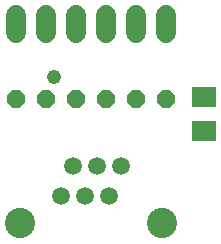
<source format=gts>
G75*
G70*
%OFA0B0*%
%FSLAX24Y24*%
%IPPOS*%
%LPD*%
%AMOC8*
5,1,8,0,0,1.08239X$1,22.5*
%
%ADD10OC8,0.0600*%
%ADD11R,0.0790X0.0710*%
%ADD12C,0.0674*%
%ADD13C,0.1009*%
%ADD14C,0.0595*%
%ADD15C,0.0480*%
D10*
X002688Y006621D03*
X003688Y006621D03*
X004688Y006621D03*
X005688Y006621D03*
X006688Y006621D03*
X007688Y006621D03*
D11*
X008938Y006681D03*
X008938Y005561D03*
D12*
X007688Y008824D02*
X007688Y009418D01*
X006688Y009418D02*
X006688Y008824D01*
X005688Y008824D02*
X005688Y009418D01*
X004688Y009418D02*
X004688Y008824D01*
X003688Y008824D02*
X003688Y009418D01*
X002688Y009418D02*
X002688Y008824D01*
D13*
X002825Y002496D03*
X007550Y002496D03*
D14*
X005794Y003401D03*
X004991Y003401D03*
X004188Y003401D03*
X004581Y004401D03*
X005384Y004401D03*
X006188Y004401D03*
D15*
X003938Y007371D03*
M02*

</source>
